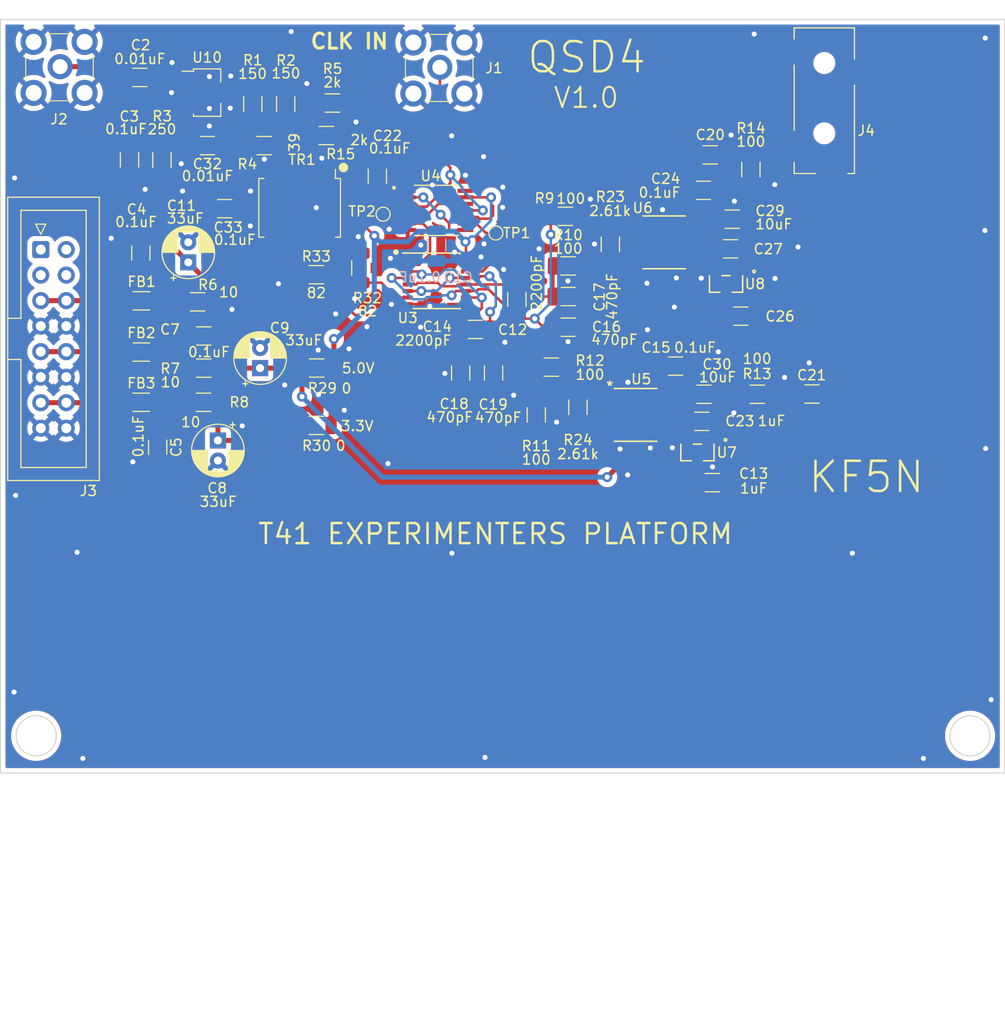
<source format=kicad_pcb>
(kicad_pcb (version 20221018) (generator pcbnew)
  (title_block (title "QSD Divide by Two") (date "2023-07-26"))
  (layers (0 "F.Cu" jumper) (31 "B.Cu" signal) (36 "B.SilkS" user "B.Silkscreen") (37 "F.SilkS" user "F.Silkscreen") (38 "B.Mask" user) (39 "F.Mask" user) (44 "Edge.Cuts" user))
  (net 0 "")
  (net 1 "GND")
  (net 2 "/3_3V_FILT")
  (net 3 "Net-(C2-Pad1)")
  (net 4 "/5V_FILT")
  (net 5 "Net-(C4-Pad2)")
  (net 6 "Net-(C5-Pad1)")
  (net 7 "Net-(C7-Pad1)")
  (net 8 "/12V_FILT")
  (net 9 "Net-(U3-1B2)")
  (net 10 "Net-(U3-1B3)")
  (net 11 "Net-(U3-1B1)")
  (net 12 "Net-(U3-1B4)")
  (net 13 "/CLK")
  (net 14 "Net-(C20-Pad2)")
  (net 15 "Net-(C21-Pad2)")
  (net 16 "Net-(C29-Pad2)")
  (net 17 "Net-(C30-Pad2)")
  (net 18 "/12_0V")
  (net 19 "/5_0V")
  (net 20 "/3_3V")
  (net 24 "unconnected-(J3-Pin_1-Pad1)")
  (net 25 "/LO_Q")
  (net 26 "/LO_I")
  (net 27 "/FB1")
  (net 28 "/FB2")
  (net 30 "/QSD_V")
  (net 31 "Net-(U3-1A)")
  (net 32 "Net-(C32-Pad2)")
  (net 33 "Net-(R32-Pad1)")
  (net 34 "Net-(R33-Pad1)")
  (net 35 "Net-(U3-2A)")
  (net 36 "/REF_I")
  (net 37 "/REF_Q")
  (net 38 "Net-(U6-VOUT)")
  (net 39 "Net-(U5-VOUT)")
  (net 40 "Net-(U6-IN-)")
  (net 41 "Net-(U6-IN+)")
  (net 42 "Net-(U5-IN-)")
  (net 43 "Net-(U5-IN+)")
  (net 44 "Net-(R23-Pad1)")
  (net 45 "Net-(R23-Pad2)")
  (net 46 "Net-(R24-Pad1)")
  (net 47 "Net-(R24-Pad2)")
  (net 48 "Net-(C2-Pad2)")
  (net 49 "Net-(C32-Pad1)")
  (net 50 "Net-(R2-Pad1)")
  (net 51 "Net-(TR1-NOCONN)")
  (footprint "Inductor_SMD:L_1206_3216Metric" (layer "F.Cu") (at 113.225 77.7)
    (fp_text reference "FB3")
    (fp_text value "FerrBead" hide)
  )
  (footprint "Resistor_SMD:R_1206_3216Metric" (layer "F.Cu") (at 173.925 54.5375 90)
    (fp_text reference "R14")
    (fp_text value "100")
  )
  (footprint "Resistor_SMD:R_1206_3216Metric" (layer "F.Cu") (at 118.825 67.7)
    (fp_text reference "R6")
    (fp_text value "10")
  )
  (footprint "Capacitor_SMD:C_1206_3216Metric" (layer "F.Cu") (at 146.475 70.45 180)
    (fp_text reference "C14")
    (fp_text value "2200pF")
  )
  (footprint "Resistor_SMD:R_1206_3216Metric" (layer "F.Cu") (at 154.05 74.2)
    (fp_text reference "R12")
    (fp_text value "100")
  )
  (footprint "Capacitor_SMD:C_1206_3216Metric" (layer "F.Cu") (at 171.9 62.425)
    (fp_text reference "C27")
    (fp_text value "1uF")
  )
  (footprint "Capacitor_SMD:C_1206_3216Metric" (layer "F.Cu") (at 169.25 76.9)
    (fp_text reference "C30")
    (fp_text value "10uF")
  )
  (footprint "Capacitor_THT:CP_Radial_D5.0mm_P2.00mm" (layer "F.Cu") (at 125.05 74.3 90)
    (fp_text reference "C9")
    (fp_text value "33uF")
  )
  (footprint "Capacitor_SMD:C_1206_3216Metric" (layer "F.Cu") (at 121.525 58.425)
    (fp_text reference "C33")
    (fp_text value "0.1uF")
  )
  (footprint "Inductor_SMD:L_1206_3216Metric" (layer "F.Cu") (at 113.25 67.6)
    (fp_text reference "FB1")
    (fp_text value "FerrBead" hide)
  )
  (footprint "Capacitor_SMD:C_1206_3216Metric" (layer "F.Cu") (at 113.075 45.3625)
    (fp_text reference "C2")
    (fp_text value "0.01uF")
  )
  (footprint "Resistor_SMD:R_1206_3216Metric" (layer "F.Cu") (at 155.4544 59.1862)
    (fp_text reference "R9")
    (fp_text value "100")
  )
  (footprint "Resistor_SMD:R_1206_3216Metric" (layer "F.Cu") (at 127.6 48.0125 90)
    (fp_text reference "R2")
    (fp_text value "150")
  )
  (footprint "Capacitor_THT:CP_Radial_D5.0mm_P2.00mm" (layer "F.Cu") (at 120.85 81.5 -90)
    (fp_text reference "C8")
    (fp_text value "33uF")
  )
  (footprint "Capacitor_SMD:C_1206_3216Metric" (layer "F.Cu") (at 172.075 59.475)
    (fp_text reference "C29")
    (fp_text value "10uF")
  )
  (footprint "Package_TO_SOT_SMD:SOT-89-3" (layer "F.Cu") (at 119.775 46.875)
    (fp_text reference "U10")
    (fp_text value "GALI-39")
  )
  (footprint "Resistor_SMD:R_1206_3216Metric" (layer "F.Cu") (at 130.66 80)
    (fp_text reference "R30")
    (fp_text value "0")
  )
  (footprint "Resistor_SMD:R_1206_3216Metric" (layer "F.Cu") (at 132.2625 47.91)
    (fp_text reference "R5")
    (fp_text value "2k")
  )
  (footprint "Capacitor_SMD:C_1206_3216Metric" (layer "F.Cu") (at 169.2 56.6)
    (fp_text reference "C24")
    (fp_text value "0.1uF")
  )
  (footprint "Package_SO:SSOP-16_4.4x5.2mm_P0.65mm" (layer "F.Cu") (at 142.65 65.65)
    (fp_text reference "U3")
    (fp_text value "SN74CBT3253" hide)
  )
  (footprint "Inductor_SMD:L_1206_3216Metric" (layer "F.Cu") (at 113.225 72.7)
    (fp_text reference "FB2")
    (fp_text value "FerrBead" hide)
  )
  (footprint "Resistor_SMD:R_1206_3216Metric" (layer "F.Cu") (at 159.925 61.975 90)
    (fp_text reference "R23")
    (fp_text value "2.61k")
  )
  (footprint "AD8129ARZ:R_8_ADI" (layer "F.Cu") (at 165.2862 61.78)
    (fp_text reference "U6")
    (fp_text value "AD8226ARZ-R7")
  )
  (footprint "digikey-footprints:RF_SMA_Vertical_5-1814832-1" (layer "F.Cu") (at 105.035 44.365)
    (fp_text reference "J2")
    (fp_text value "5-1814832-1" hide)
  )
  (footprint "AD8129ARZ:R_8_ADI" (layer "F.Cu") (at 162.4388 78.955)
    (fp_text reference "U5")
    (fp_text value "AD8226ARZ-R7")
  )
  (footprint "Resistor_SMD:R_1206_3216Metric" (layer "F.Cu") (at 119.4125 77.7)
    (fp_text reference "R8")
    (fp_text value "10")
  )
  (footprint "Resistor_SMD:R_1206_3216Metric" (layer "F.Cu") (at 156.7 78.2 -90)
    (fp_text reference "R24")
    (fp_text value "2.61k")
  )
  (footprint "Capacitor_SMD:C_1206_3216Metric" (layer "F.Cu") (at 119.45 71.1)
    (fp_text reference "C7")
    (fp_text value "0.1uF")
  )
  (footprint "AP2120N:SOT-23_DIO" (layer "F.Cu") (at 168.599999 82.694999 180)
    (fp_text reference "U7")
    (fp_text value "AP2120N-2.5TRG1")
  )
  (footprint "SN74AC74PW:SOP65P640X120-14N" (layer "F.Cu") (at 142.62 58.6)
    (fp_text reference "U4")
    (fp_text value "SN74AC74PW")
  )
  (footprint "Resistor_SMD:R_1206_3216Metric" (layer "F.Cu") (at 115.275 53.5875 90)
    (fp_text reference "R3")
    (fp_text value "250")
  )
  (footprint "Capacitor_SMD:C_1206_3216Metric" (layer "F.Cu") (at 150.62 67.455 -90)
    (fp_text reference "C12")
    (fp_text value "2200pF")
  )
  (footprint "Resistor_SMD:R_1206_3216Metric" (layer "F.Cu") (at 130.6825 74.29)
    (fp_text reference "R29")
    (fp_text value "0")
  )
  (footprint "digikey-footprints:RF_SMA_Vertical_5-1814832-1" (layer "F.Cu") (at 142.85 44.43)
    (fp_text reference "J1")
    (fp_text value "5-1814832-1" hide)
  )
  (footprint "Capacitor_SMD:C_1206_3216Metric" (layer "F.Cu") (at 155.725 70.225)
    (fp_text reference "C16")
    (fp_text value "470pF")
  )
  (footprint "SJ-3524-SMT:CUI_SJ-3524-SMT" (layer "F.Cu") (at 181.23 43.93 -90)
    (fp_text reference "J4")
    (fp_text value "SJ-3524-SMT")
  )
  (footprint "Resistor_SMD:R_1206_3216Metric" (layer "F.Cu") (at 124.325 48.0125 90)
    (fp_text reference "R1")
    (fp_text value "150")
  )
  (footprint "Capacitor_SMD:C_1206_3216Metric" (layer "F.Cu") (at 169.05 79.6)
    (fp_text reference "C23")
    (fp_text value "1uF")
  )
  (footprint "Resistor_SMD:R_1206_3216Metric" (layer "F.Cu") (at 130.65 65)
    (fp_text reference "R33")
    (fp_text value "82")
  )
  (footprint "TestPoint:TestPoint_Pad_D1.0mm" (layer "F.Cu") (at 137.3 58.975)
    (fp_text reference "TP2")
    (fp_text value "TestPoint")
  )
  (footprint "AP2120N:SOT-23_DIO" (layer "F.Cu") (at 171.449999 65.919999 180)
    (fp_text reference "U8")
    (fp_text value "AP2120N-2.5TRG1")
  )
  (footprint "Resistor_SMD:R_1206_3216Metric" (layer "F.Cu") (at 131.65 51.15 180)
    (fp_text reference "R15")
    (fp_text value "2k")
  )
  (footprint "Capacitor_SMD:C_1206_3216Metric" (layer "F.Cu") (at 172.925 69.125)
    (fp_text reference "C26")
    (fp_text value "1uF")
  )
  (footprint "Capacitor_SMD:C_1206_3216Metric" (layer "F.Cu") (at 119.8 52.15)
    (fp_text reference "C32")
    (fp_text value "0.01uF")
  )
  (footprint "Resistor_SMD:R_1206_3216Metric" (layer "F.Cu") (at 174.5625 76.9 180)
    (fp_text reference "R13")
    (fp_text value "100")
  )
  (footprint "Capacitor_SMD:C_1206_3216Metric" (layer "F.Cu") (at 166.425 74.1)
    (fp_text reference "C15")
    (fp_text value "0.1uF")
  )
  (footprint "Capacitor_SMD:C_1206_3216Metric" (layer "F.Cu") (at 136.725 55.2 -90)
    (fp_text reference "C22")
    (fp_text value "0.1uF")
  )
  (footprint "Capacitor_SMD:C_1206_3216Metric" (layer "F.Cu") (at 155.725 67.175)
    (fp_text reference "C17")
    (fp_text value "470pF")
  )
  (footprint "Capacitor_SMD:C_1206_3216Metric" (layer "F.Cu") (at 180 76.875 180)
    (fp_text reference "C21")
    (fp_text value "1nF")
  )
  (footprint "Resistor_SMD:R_1206_3216Metric" (layer "F.Cu") (at 155.725 64.125)
    (fp_text reference "R10")
    (fp_text value "100")
  )
  (footprint "Capacitor_SMD:C_1206_3216Metric" (layer "F.Cu") (at 112.05 53.575 -90)
    (fp_text reference "C3")
    (fp_text value "0.1uF")
  )
  (footprint "TestPoint:TestPoint_Pad_D1.0mm" (layer "F.Cu") (at 148.525 60.85)
    (fp_text reference "TP1")
    (fp_text value "TestPoint")
  )
  (footprint "Capacitor_SMD:C_1206_3216Metric" (layer "F.Cu") (at 169.875 53.075)
    (fp_text reference "C20")
    (fp_text value "1nF")
  )
  (footprint "RF_Mini-Circuits:Mini-Circuits_CD637_H5.23mm" (layer "F.Cu") (at 128.99 58.34 -90)
    (fp_text reference "TR1")
    (fp_text value "ADT4-6T")
  )
  (footprint "Capacitor_SMD:C_1206_3216Metric" (layer "F.Cu") (at 114.85 82.175 -90)
    (fp_text reference "C5")
    (fp_text value "0.1uF")
  )
  (footprint "Resistor_SMD:R_1206_3216Metric" (layer "F.Cu") (at 135.0846 64.3298 -90)
    (fp_text reference "R32")
    (fp_text value "82")
  )
  (footprint "Capacitor_SMD:C_1206_3216Metric" (layer "F.Cu") (at 145.025 74.8 -90)
    (fp_text reference "C18")
    (fp_text value "470pF")
  )
  (footprint "Capacitor_SMD:C_1206_3216Metric" (layer "F.Cu") (at 148.3 74.8 -90)
    (fp_text reference "C19")
    (fp_text value "470pF")
  )
  (footprint "Resistor_SMD:R_1206_3216Metric" (layer "F.Cu") (at 125.45 52.15)
    (fp_text reference "R4")
    (fp_text value "39")
  )
  (footprint "Resistor_SMD:R_1206_3216Metric" (layer "F.Cu") (at 152.55 78.9625 -90)
    (fp_text reference "R11")
    (fp_text value "100")
  )
  (footprint "Capacitor_THT:CP_Radial_D5.0mm_P2.00mm" (layer "F.Cu") (at 117.9 63.775 90)
    (fp_text reference "C11")
    (fp_text value "33uF")
  )
  (footprint "Capacitor_SMD:C_1206_3216Metric" (layer "F.Cu") (at 113.175 62.85 -90)
    (fp_text reference "C4")
    (fp_text value "0.1uF")
  )
  (footprint "Connector_IDC:IDC-Header_2x08_P2.54mm_Vertical" (layer "F.Cu") (at 103.21 62.5)
    (fp_text reference "J3")
    (fp_text value "Conn_02x08_Odd_Even" hide)
  )
  (footprint "Resistor_SMD:R_1206_3216Metric" (layer "F.Cu") (at 119.45 74.3)
    (fp_text reference "R7")
    (fp_text value "10")
  )
  (footprint "Capacitor_SMD:C_1206_3216Metric" (layer "F.Cu") (at 170.075 85.7)
    (fp_text reference "C13")
    (fp_text value "1uF")
  )
  (footprint "Capacitor_SMD:C_1206_3216Metric" (layer "B.Cu") (at 142.625 62.15 90)
    (fp_text reference "C10")
    (fp_text value "0.1uF")
  )
  (gr_circle (center 138.575 62.75) (end 138.775 62.75) (stroke (width 0.15)) (fill solid) (layer "F.SilkS"))
  (gr_circle (center 133.35 54.3306) (end 133.746761 54.3306) (stroke (width 0.15)) (fill solid) (layer "F.SilkS"))
  (gr_circle (center 195.75 110.9) (end 197.75 110.9) (stroke (width 0.1)) (fill none) (layer "Edge.Cuts"))
  (gr_rect (start 99.2 39.6) (end 199.2 114.6) (stroke (width 0.1)) (fill none) (layer "Edge.Cuts"))
  (gr_circle (center 102.75 110.9) (end 104.75 110.9) (stroke (width 0.1)) (fill none) (layer "Edge.Cuts"))
  (gr_text "V1.0" (at 154.15 48.55) (layer "F.SilkS") (effects (font (size 2 2) (thickness 0.2)) (justify left bottom)))
  (gr_text "3.3V" (at 133 80.65) (layer "F.SilkS") (effects (font (size 1 1)) (justify left bottom)))
  (gr_text "CLK IN" (at 129.921 42.6466) (layer "F.SilkS") (effects (font (size 1.5 1.5) (thickness 0.3) bold) (justify left bottom)))
  (gr_text "T41 EXPERIMENTERS PLATFORM" (at 124.7 91.975) (layer "F.SilkS") (effects (font (size 2 2) (thickness 0.25)) (justify left bottom)))
  (gr_text "QSD4" (at 151.475 45.125) (layer "F.SilkS") (effects (font (size 3 3) (thickness 0.25)) (justify left bottom)))
  (gr_text "5.0V" (at 133.1 74.9) (layer "F.SilkS") (effects (font (size 1 1)) (justify left bottom)))
  (gr_text "KF5N" (at 179.475 86.9) (layer "F.SilkS") (effects (font (size 3 3) (thickness 0.25)) (justify left bottom)))
  (segment (start 140.875 67.925) (end 139.75 67.925) (width 0.25) (layer "F.Cu") (net 1))
  (segment (start 141.95 68.15) (end 141.1 68.15) (width 0.25) (layer "F.Cu") (net 1))
  (segment (start 146.45 64.025) (end 145.55 64.025) (width 0.25) (layer "F.Cu") (net 1))
  (segment (start 139.75 63.375) (end 140.625 63.375) (width 0.25) (layer "F.Cu") (net 1))
  (segment (start 138.025 63.375) (end 138.1 63.375) (width 0.25) (layer "F.Cu") (net 1))
  (segment (start 137.9 60.475) (end 138.55 60.475) (width 0.25) (layer "F.Cu") (net 1))
  (segment (start 138.158584 67.925) (end 138.130686 67.952898) (width 0.25) (layer "F.Cu") (net 1))
  (segment (start 147.05 63.425) (end 146.45 64.025) (width 0.25) (layer "F.Cu") (net 1))
  (segment (start 141.05 60.725) (end 141.05 62.05) (width 0.25) (layer "F.Cu") (net 1))
  (segment (start 141.05 62.95) (end 141.05 62.05) (width 0.25) (layer "F.Cu") (net 1))
  (segment (start 139.75 67.925) (end 138.158584 67.925) (width 0.25) (layer "F.Cu") (net 1))
  (segment (start 141.1 68.15) (end 140.875 67.925) (width 0.25) (layer "F.Cu") (net 1))
  (segment (start 140.625 63.375) (end 141.05 62.95) (width 0.25) (layer "F.Cu") (net 1))
  (segment (start 139.75 60.55) (end 140.875 60.55) (width 0.25) (layer "F.Cu") (net 1))
  (segment (start 138.625 60.55) (end 139.75 60.55) (width 0.25) (layer "F.Cu") (net 1))
  (segment (start 139.75 63.375) (end 138.025 63.375) (width 0.25) (layer "F.Cu") (net 1))
  (segment (start 147.05 63.225) (end 147.05 63.425) (width 0.25) (layer "F.Cu") (net 1))
  (segment (start 138.55 60.475) (end 138.625 60.55) (width 0.25) (layer "F.Cu") (net 1))
  (segment (start 140.875 60.55) (end 141.05 60.725) (width 0.25) (layer "F.Cu") (net 1))
  (via (at 120 45.275) (size 1) (drill 0.5) (layers "F.Cu" "B.Cu") (net 1))
  (via (at 122.075 48.425) (size 1) (drill 0.5) (layers "F.Cu" "B.Cu") (net 1))
  (via (at 184.025 92.725) (size 1) (drill 0.5) (layers "F.Cu" "B.Cu") (net 1))
  (via (at 145.5 55.1) (size 1) (drill 0.5) (layers "F.Cu" "B.Cu") (net 1))
  (via (at 137.79 83.8) (size 1) (drill 0.5) (layers "F.Cu" "B.Cu") (net 1))
  (via (at 110.225 61.375) (size 1) (drill 0.5) (layers "F.Cu" "B.Cu") (net 1))
  (via (at 197.85 107.3) (size 1) (drill 0.5) (layers "F.Cu" "B.Cu") (net 1))
  (via (at 127.5 75.98) (size 1) (drill 0.5) (layers "F.Cu" "B.Cu") (net 1))
  (via (at 155.7 65.63) (size 1) (drill 0.5) (layers "F.Cu" "B.Cu") (net 1))
  (via (at 137.9 60.475) (size 1) (drill 0.5) (layers "F.Cu" "B.Cu") (net 1))
  (via (at 172.275 57.675) (size 1) (drill 0.5) (layers "F.Cu" "B.Cu") (net 1))
  (via (at 141.025 70.225) (size 1) (drill 0.5) (layers "F.Cu" "B.Cu") (net 1))
  (via (at 157.9372 57.4802) (size 1) (drill 0.5) (layers "F.Cu" "B.Cu") (net 1))
  (via (at 166.1 82.225) (size 1) (drill 0.5) (layers "F.Cu" "B.Cu") (net 1))
  (via (at 124.079 60.1472) (size 1) (drill 0.5) (layers "F.Cu" "B.Cu") (net 1))
  (via (at 149.425 71.725) (size 1) (drill 0.5) (layers "F.Cu" "B.Cu") (net 1))
  (via (at 161.65 84.925) (size 1) (drill 0.5) (layers "F.Cu" "B.Cu") (net 1))
  (via (at 178.62 62.24) (size 1) (drill 0.5) (layers "F.Cu" "B.Cu") (net 1))
  (via (at 149.2 58.3) (size 1) (drill 0.5) (layers "F.Cu" "B.Cu") (net 1))
  (via (at 197.225 60.6) (size 1) (drill 0.5) (layers "F.Cu" "B.Cu") (net 1))
  (via (at 133.9 72.375) (size 1) (drill 0.5) (layers "F.Cu" "B.Cu") (net 1))
  (via (at 120 50.2) (size 1) (drill 0.5) (layers "F.Cu" "B.Cu") (net 1))
  (via (at 191.1 113.15) (size 1) (drill 0.5) (layers "F.Cu" "B.Cu") (net 1))
  (via (at 149.22 56.28) (size 1) (drill 0.5) (layers "F.Cu" "B.Cu") (net 1))
  (via (at 149.3 64.475) (size 1) (drill 0.5) (layers "F.Cu" "B.Cu") (net 1))
  (via (at 176.325 65.375) (size 1) (drill 0.5) (layers "F.Cu" "B.Cu") (net 1))
  (via (at 177.275 75.225) (size 1) (drill 0.5) (layers "F.Cu" "B.Cu") (net 1))
  (via (at 144.425 62.75) (size 1) (drill 0.5) (layers "F.Cu" "B.Cu") (net 1))
  (via (at 126.875 65.9) (size 1) (drill 0.5) (layers "F.Cu" "B.Cu") (net 1))
  (via (at 141.05 62.05) (size 1) (drill 0.5) (layers "F.Cu" "B.Cu") (net 1))
  (via (at 160.9 82.35) (size 1) (drill 0.5) (layers "F.Cu" "B.Cu") (net 1))
  (via (at 131.2 53.4) (size 1) (drill 0.5) (layers "F.Cu" "B.Cu") (net 1))
  (via (at 117.2 53.95) (size 1) (drill 0.5) (layers "F.Cu" "B.Cu") (net 1))
  (via (at 141.95 68.15) (size 1) (drill 0.5) (layers "F.Cu" "B.Cu") (net 1))
  (via (at 100.6 55.375) (size 1) (drill 0.5) (layers "F.Cu" "B.Cu") (net 1))
  (via (at 154.575 79.675) (size 1) (drill 0.5) (layers "F.Cu" "B.Cu") (net 1))
  (via (at 117.325 56.675) (size 1) (drill 0.5) (layers "F.Cu" "B.Cu") (net 1))
  (via (at 163.9 82.25) (size 1) (drill 0.5) (layers "F.Cu" "B.Cu") (net 1))
  (via (at 130.8608 76.9366) (size 1) (drill 0.5) (layers "F.Cu" "B.Cu") (net 1))
  (via (at 163.625 70.475) (size 1) (drill 0.5) (layers "F.Cu" "B.Cu") (net 1))
  (via (at 170.1 84.125) (size 1) (drill 0.5) (layers "F.Cu" "B.Cu") (net 1))
  (via (at 116.275 43.875) (size 1) (drill 0.5) (layers "F.Cu" "B.Cu") (net 1))
  (via (at 172.225 78.75) (size 1) (drill 0.5) (layers "F.Cu" "B.Cu") (net 1))
  (via (at 174.25 41.05) (size 1) (drill 0.5) (layers "F.Cu" "B.Cu") (net 1))
  (via (at 100.7 86.975) (size 1) (drill 0.5) (layers "F.Cu" "B.Cu") (net 1))
  (via (at 158.35 61.95) (size 1) (drill 0.5) (layers "F.Cu" "B.Cu") (net 1))
  (via (at 152.825 62.425) (size 1) (drill 0.5) (layers "F.Cu" "B.Cu") (net 1))
  (via (at 125.475 53.5) (size 1) (drill 0.5) (layers "F.Cu" "B.Cu") (net 1))
  (via (at 155.72 71.67) (size 1) (drill 0.5) (layers "F.Cu" "B.Cu") (net 1))
  (via (at 133.43 78.49) (size 1) (drill 0.5) (layers "F.Cu" "B.Cu") (net 1))
  (via (at 107.4 113.15) (size 1) (drill 0.5) (layers "F.Cu" "B.Cu") (net 1))
  (via (at 130.83 72.5) (size 1) (drill 0.5) (layers "F.Cu" "B.Cu") (net 1))
  (via (at 116.225 46.875) (size 1) (drill 0.5) (layers "F.Cu" "B.Cu") (net 1))
  (via (at 147.3 53.25) (size 1) (drill 0.5) (layers "F.Cu" "B.Cu") (net 1))
  (via (at 112.375 83.625) (size 1) (drill 0.5) (layers "F.Cu" "B.Cu") (net 1))
  (via (at 134.8232 61.214) (size 1) (drill 0.5) (layers "F.Cu" "B.Cu") (net 1))
  (via (at 128.15 40.8) (size 1) (drill 0.5) (layers "F.Cu" "B.Cu") (net 1))
  (via (at 147.05 63.225) (size 1) (drill 0.5) (layers "F.Cu" "B.Cu") (net 1))
  (via (at 144.15 92.725) (size 1) (drill 0.5) (layers "F.Cu" "B.Cu") (net 1))
  (via (at 130.65 58.325) (size 1) (drill 0.5) (layers "F.Cu" "B.Cu") (net 1))
  (via (at 138.025 63.375) (size 1) (drill 0.5) (layers "F.Cu" "B.Cu") (net 1))
  (via (at 161.675 75.7) (size 1) (drill 0.5) (layers "F.Cu" "B.Cu") (net 1))
  (via (at 179.725 73.775) (size 1) (drill 0.5) (layers "F.Cu" "B.Cu") (net 1))
  (via (at 147.45 113.05) (size 1) (drill 0.5) (layers "F.Cu" "B.Cu") (net 1))
  (via (at 197.26 41.44) (size 1) (drill 0.5) (layers "F.Cu" "B.Cu") (net 1))
  (via (at 176.3 56.03) (size 1) (drill 0.5) (layers "F.Cu" "B.Cu") (net 1))
  (via (at 135.69 70.18) (size 1) (drill 0.5) (layers "F.Cu" "B.Cu") (net 1))
  (via (at 166.5 65.325) (size 1) (drill 0.5) (layers "F.Cu" "B.Cu") (net 1))
  (via (at 170.675 72.675) (size 1) (drill 0.5) (layers "F.Cu" "B.Cu") (net 1))
  (via (at 197.3 82.3) (size 1) (drill 0.5) (layers "F.Cu" "B.Cu") (net 1))
  (via (at 129.7 45.975) (size 1) (drill 0.5) (layers "F.Cu" "B.Cu") (net 1))
  (via (at 143.45 74.82) (size 1) (drill 0.5) (layers "F.Cu" "B.Cu") (net 1))
  (via (at 124.1 56.675) (size 1) (drill 0.5) (layers "F.Cu" "B.Cu") (net 1))
  (via (at 106.825 92.625) (size 1) (drill 0.5) (layers "F.Cu" "B.Cu") (net 1))
  (via (at 134.4676 67.3862) (size 1) (drill 0.5) (layers "F.Cu" "B.Cu") (net 1))
  (via (at 168.975 65.35) (size 1) (drill 0.5) (layers "F.Cu" "B.Cu") (net 1))
  (via (at 134.6 49.8) (size 1) (drill 0.5) (layers "F.Cu" "B.Cu") (net 1))
  (via (at 163.575 65.85) (size 1) (drill 0.5) (layers "F.Cu" "B.Cu") (net 1))
  (via (at 171.95 51.1) (size 1) (drill 0.5) (layers "F.Cu" "B.Cu") (net 1))
  (via (at 122.125 45.225) (size 1) (drill 0.5) (layers "F.Cu" "B.Cu") (net 1))
  (via (at 150.3 77) (size 1) (drill 0.5) (layers "F.Cu" "B.Cu") (net 1))
  (via (at 113.6 56.5) (size 1) (drill 0.5) (layers "F.Cu" "B.Cu") (net 1))
  (via (at 147.35 61.925) (size 1) (drill 0.5) (layers "F.Cu" "B.Cu") (net 1))
  (via (at 100.55 106.55) (size 1) (drill 0.5) (layers "F.Cu" "B.Cu") (net 1))
  (via (at 166.3 68.225) (size 1) (drill 0.5) (layers "F.Cu" "B.Cu") (net 1))
  (via (at 142.2 56.075) (size 1) (drill 0.5) (layers "F.Cu" "B.Cu") (net 1))
  (via (at 132.575 68.9) (size 1) (drill 0.5) (layers "F.Cu" "B.Cu") (net 1))
  (via (at 122.25 68.45) (size 1) (drill 0.5) (layers "F.Cu" "B.Cu") (net 1))
  (via (at 138.130686 67.952898) (size 1) (drill 0.5) (layers "F.Cu" "B.Cu") (net 1))
  (via (at 123.275 80.05) (size 1) (drill 0.5) (layers "F.Cu" "B.Cu") (net 1))
  (via (at 165.125 58.525) (size 1) (drill 0.5) (layers "F.Cu" "B.Cu") (net 1))
  (via (at 144.12 51.18) (size 1) (drill 0.5) (layers "F.Cu" "B.Cu") (net 1))
  (via (at 120 48.45) (size 1) (drill 0.5) (layers "F.Cu" "B.Cu") (net 1))
  (segment (start 120.85 81.5) (end 125.3 81.5) (width 0.5) (layer "F.Cu") (net 2))
  (segment (start 129.1775 80.02) (end 129.1975 80) (width 0.5) (layer "F.Cu") (net 2))
  (segment (start 120.85 77.725) (end 120.875 77.7) (width 0.5) (layer "F.Cu") (net 2))
  (segment (start 125.3 81.5) (end 126.78 80.02) (width 0.5) (layer "F.Cu") (net 2))
  (segment (start 126.78 80.02) (end 129.1775 80.02) (width 0.5) (layer "F.Cu") (net 2))
  (segment (start 120.85 81.5) (end 120.85 77.725) (width 0.5) (layer "F.Cu") (net 2))
  (segment (start 111.6 45.3625) (end 110.2625 45.3625) (width 0.5) (layer "F.Cu") (net 3))
  (segment (start 105.135 44.29) (end 109.19 44.29) (width 0.5) (layer "F.Cu") (net 3))
  (segment (start 110.2625 45.3625) (end 109.19 44.29) (width 0.5) (layer "F.Cu") (net 3))
  (segment (start 164.960001 66.864999) (end 164.95 66.875) (width 0.5) (layer "F.Cu") (net 4))
  (segment (start 161.120001 83.639999) (end 159.61 85.15) (width 0.5) (layer "F.Cu") (net 4))
  (segment (start 164.95 66.875) (end 164.95 74.1) (width 0.5) (layer "F.Cu") (net 4))
  (segment (start 167.75 59.875) (end 167.75 56.625) (width 0.5) (layer "F.Cu") (net 4))
  (segment (start 168.6 85.7) (end 168.599999 83.639999) (width 0.5) (layer "F.Cu") (net 4))
  (segment (start 171.449999 66.864999) (end 171.45 69.125) (width 0.5) (layer "F.Cu") (net 4))
  (segment (start 162.625 83.639999) (end 161.120001 83.639999) (width 0.5) (layer "F.Cu") (net 4))
  (segment (start 168.599999 83.639999) (end 162.625 83.639999) (width 0.5) (layer "F.Cu") (net 4))
  (segment (start 164.95 65.3) (end 164.95 66.875) (width 0.5) (layer "F.Cu") (net 4))
  (segment (start 165.2 65.05) (end 164.95 65.3) (width 0.5) (layer "F.Cu") (net 4))
  (segment (start 164.9026 77.05) (end 162.625 77.05) (width 0.5) (layer "F.Cu") (net 4))
  (segment (start 129.22 74.29) (end 127.54 74.29) (width 0.5) (layer "F.Cu") (net 4))
  (segment (start 129.22 74.29) (end 129.22 77.14) (width 0.5) (layer "F.Cu") (net 4))
  (segment (start 164.9026 77.05) (end 164.9026 74.1474) (width 0.5) (layer "F.Cu") (net 4))
  (segment (start 127.54 74.29) (end 127.53 74.3) (width 0.5) (layer "F.Cu") (net 4))
  (segment (start 164.9026 74.1474) (end 164.95 74.1) (width 0.5) (layer "F.Cu") (net 4))
  (segment (start 165.2 59.875) (end 165.2 65.05) (width 0.5) (layer "F.Cu") (net 4))
  (segment (start 167.75 56.625) (end 167.725 56.6) (width 0.5) (layer "F.Cu") (net 4))
  (segment (start 120.9125 74.3) (end 125.05 74.3) (width 0.5) (layer "F.Cu") (net 4))
  (segment (start 171.449999 66.864999) (end 164.960001 66.864999) (width 0.5) (layer "F.Cu") (net 4))
  (segment (start 167.75 59.875) (end 165.2 59.875) (width 0.5) (layer "F.Cu") (net 4))
  (segment (start 162.625 77.05) (end 162.625 83.639999) (width 0.5) (layer "F.Cu") (net 4))
  (segment (start 168.614998 83.625) (end 168.599999 83.639999) (width 0.5) (layer "F.Cu") (net 4))
  (segment (start 127.53 74.3) (end 125.05 74.3) (width 0.5) (layer "F.Cu") (net 4))
  (via (at 159.61 85.15) (size 1) (drill 0.5) (layers "F.Cu" "B.Cu") (net 4))
  (via (at 129.22 77.14) (size 1) (drill 0.5) (layers "F.Cu" "B.Cu") (net 4))
  (segment (start 129.22 77.14) (end 137.235 85.155) (width 0.5) (layer "B.Cu") (net 4))
  (segment (start 137.24 85.15) (end 137.235 85.155) (width 0.5) (layer "B.Cu") (net 4))
  (segment (start 125.05 74.3) (end 125.225 74.3) (width 0.5) (layer "B.Cu") (net 4))
  (segment (start 159.61 85.15) (end 137.24 85.15) (width 0.5) (layer "B.Cu") (net 4))
  (segment (start 117.3625 67.7) (end 114.925 67.7) (width 0.5) (layer "F.Cu") (net 5))
  (segment (start 114.925 67.7) (end 114.825 67.6) (width 0.5) (layer "F.Cu") (net 5))
  (segment (start 114.825 65.975) (end 113.175 64.325) (width 0.5) (layer "F.Cu") (net 5))
  (segment (start 114.825 67.6) (end 114.825 65.975) (width 0.5) (layer "F.Cu") (net 5))
  (segment (start 114.8 80.65) (end 114.85 80.7) (width 0.5) (layer "F.Cu") (net 6))
  (segment (start 114.8 77.7) (end 114.8 80.65) (width 0.5) (layer "F.Cu") (net 6))
  (segment (start 114.8 77.7) (end 117.95 77.7) (width 0.5) (layer "F.Cu") (net 6))
  (segment (start 117.975 74.2875) (end 117.9875 74.3) (width 0.5) (layer "F.Cu") (net 7))
  (segment (start 117.975 72.7) (end 117.975 74.2875) (width 0.5) (layer "F.Cu") (net 7))
  (segment (start 117.975 71.1) (end 117.975 72.7) (width 0.5) (layer "F.Cu") (net 7))
  (segment (start 114.8 72.7) (end 117.975 72.7) (width 0.5) (layer "F.Cu") (net 7))
  (segment (start 117.9 63.775) (end 115.625 61.5) (width 0.5) (layer "F.Cu") (net 8))
  (segment (start 120.2875 67.7) (end 120.2875 66.1625) (width 0.5) (layer "F.Cu") (net 8))
  (segment (start 115.275 55.05) (end 112.05 55.05) (width 0.5) (layer "F.Cu") (net 8))
  (segment (start 115.275 55.05) (end 115.275 61.15) (width 0.5) (layer "F.Cu") (net 8))
  (segment (start 115.275 61.15) (end 115.625 61.5) (width 0.5) (layer "F.Cu") (net 8))
  (segment (start 120.2875 66.1625) (end 117.9 63.775) (width 0.5) (layer "F.Cu") (net 8))
  (segment (start 144.575 66.15) (end 143.08 66.15) (width 0.25) (layer "F.Cu") (net 9))
  (segment (start 153.205 67.175) (end 152 65.97) (width 0.25) (layer "F.Cu") (net 9))
  (segment (start 140.583273 65.975) (end 139.75 65.975) (width 0.25) (layer "F.Cu") (net 9))
  (segment (start 144.75 65.975) (end 144.575 66.15) (width 0.25) (layer "F.Cu") (net 9))
  (segment (start 151.99 65.98) (end 150.62 65.98) (width 0.25) (layer "F.Cu") (net 9))
  (segment (start 152 65.97) (end 151.99 65.98) (width 0.25) (layer "F.Cu") (net 9))
  (segment (start 150.615 65.975) (end 150.62 65.98) (width 0.25) (layer "F.Cu") (net 9))
  (segment (start 154.25 67.175) (end 153.205 67.175) (width 0.25) (layer "F.Cu") (net 9))
  (segment (start 145.55 65.975) (end 144.75 65.975) (width 0.25) (layer "F.Cu") (net 9))
  (segment (start 145.55 65.975) (end 150.615 65.975) (width 0.25) (layer "F.Cu") (net 9))
  (segment (start 154.25 67.175) (end 154.25 64.1375) (width 0.25) (layer "F.Cu") (net 9))
  (segment (start 154.25 64.1375) (end 154.2625 64.125) (width 0.25) (layer "F.Cu") (net 9))
  (segment (start 140.758273 65.8) (end 140.583273 65.975) (width 0.25) (layer "F.Cu") (net 9))
  (segment (start 142.73 65.8) (end 140.758273 65.8) (width 0.25) (layer "F.Cu") (net 9))
  (segment (start 143.08 66.15) (end 142.73 65.8) (width 0.25) (layer "F.Cu") (net 9))
  (segment (start 154.25 70.225) (end 153.25 70.225) (width 0.25) (layer "F.Cu") (net 10))
  (segment (start 147.8 66.45) (end 146.783273 66.45) (width 0.25) (layer "F.Cu") (net 10))
  (segment (start 153.25 70.225) (end 152.4 69.375) (width 0.25) (layer "F.Cu") (net 10))
  (segment (start 144.55 66.625) (end 144.125 67.05) (width 0.25) (layer "F.Cu") (net 10))
  (segment (start 138.15 65.325) (end 139.75 65.325) (width 0.25) (layer "F.Cu") (net 10))
  (segment (start 152.4 69.375) (end 151.065 69.375) (width 0.25) (layer "F.Cu") (net 10))
  (segment (start 150.28 68.93) (end 147.8 66.45) (width 0.25) (layer "F.Cu") (net 10))
  (segment (start 153.9919 59.1862) (end 153.9919 60.9919) (width 0.25) (layer "F.Cu") (net 10))
  (segment (start 151.065 69.375) (end 150.62 68.93) (width 0.25) (layer "F.Cu") (net 10))
  (segment (start 146.783273 66.45) (end 146.608273 66.625) (width 0.25) (layer "F.Cu") (net 10))
  (segment (start 146.608273 66.625) (end 145.55 66.625) (width 0.25) (layer "F.Cu") (net 10))
  (segment (start 145.55 66.625) (end 144.55 66.625) (width 0.25) (layer "F.Cu") (net 10))
  (segment (start 150.62 68.93) (end 150.28 68.93) (width 0.25) (layer "F.Cu") (net 10))
  (segment (start 153.9919 60.9919) (end 154 61) (width 0.25) (layer "F.Cu") (net 10))
  (via (at 144.125 67.05) (size 1) (drill 0.5) (layers "F.Cu" "B.Cu") (net 10))
  (via (at 154 61) (size 1) (drill 0.5) (layers "F.Cu" "B.Cu") (net 10))
  (via (at 152.4 69.375) (size 1) (drill 0.5) (layers "F.Cu" "B.Cu") (net 10))
  (via (at 138.15 65.325) (size 1) (drill 0.5) (layers "F.Cu" "B.Cu") (net 10))
  (segment (start 141.666727 67.225) (end 143 67.225) (width 0.25) (layer "B.Cu") (net 10))
  (segment (start 144.125 67.05) (end 144.1 67.075) (width 0.25) (layer "B.Cu") (net 10))
  (segment (start 143 67.225) (end 143.175 67.05) (width 0.25) (layer "B.Cu") (net 10))
  (segment (start 154 67.775) (end 152.4 69.375) (width 0.25) (layer "B.Cu") (net 10))
  (segment (start 140.275 67.45) (end 141.441727 67.45) (width 0.25) (layer "B.Cu") (net 10))
  (segment (start 141.441727 67.45) (end 141.666727 67.225) (width 0.25) (layer "B.Cu") (net 10))
  (segment (start 138.15 65.325) (end 140.275 67.45) (width 0.25) (layer "B.Cu") (net 10))
  (segment (start 143.175 67.05) (end 144.125 67.05) (width 0.25) (layer "B.Cu") (net 10))
  (segment (start 154 61) (end 154 67.775) (width 0.25) (layer "B.Cu") (net 10))
  (segment (start 147.95 70.45) (end 147.95 68.7) (width 0.25) (layer "F.Cu") (net 11))
  (segment (start 143.95 65.325) (end 145.55 65.325) (width 0.25) (layer "F.Cu") (net 11))
  (segment (start 150.5 74.2) (end 152.5875 74.2) (width 0.25) (layer "F.Cu") (net 11))
  (segment (start 147.0095 65.1505) (end 146.835 65.325) (width 0.25) (layer "F.Cu") (net 11))
  (segment (start 139.75 66.625) (end 141.1 66.625) (width 0.25) (layer "F.Cu") (net 11))
  (segment (start 147.889969 65.1505) (end 147.0095 65.1505) (width 0.25) (layer "F.Cu") (net 11))
  (segment (start 146.835 65.325) (end 145.55 65.325) (width 0.25) (layer "F.Cu") (net 11))
  (segment (start 147.95 72.975) (end 148.3 73.325) (width 0.25) (layer "F.Cu") (net 11))
  (segment (start 147.95 70.45) (end 147.95 72.975) (width 0.25) (layer "F.Cu") (net 11))
  (segment (start 149.625 73.325) (end 150.5 74.2) (width 0.25) (layer "F.Cu") (net 11))
  (segment (start 148.3 73.325) (end 149.625 73.325) (width 0.25) (layer "F.Cu") (net 11))
  (via (at 147.889969 65.1505) (size 1) (drill 0.5) (layers "F.Cu" "B.Cu") (net 11))
  (via (at 147.95 68.7) (size 1) (drill 0.5) (layers "F.Cu" "B.Cu") (net 11))
  (via (at 143.95 65.325) (size 1) (drill 0.5) (layers "F.Cu" "B.Cu") (net 11))
  (via (at 141.1 66.625) (size 1) (drill 0.5) (layers "F.Cu" "B.Cu") (net 11))
  (segment (start 141.1 66.625) (end 142.65 66.625) (width 0.25) (layer "B.Cu") (net 11))
  (segment (start 142.65 66.625) (end 143.95 65.325) (width 0.25) (layer "B.Cu") (net 11))
  (segment (start 147.889969 65.1505) (end 148.525 65.785531) (width 0.25) (layer "B.Cu") (net 11))
  (segment (start 148.525 68.125) (end 147.95 68.7) (width 0.25) (layer "B.Cu") (net 11))
  (segment (start 148.525 65.785531) (end 148.525 68.125) (width 0.25) (layer "B.Cu") (net 11))
  (segment (start 145.05 74.8) (end 149.85 74.8) (width 0.25) (layer "F.Cu") (net 12))
  (segment (start 145.025 73.325) (end 145.025 70.475) (width 0.25) (layer "F.Cu") (net 12))
  (segment (start 149.85 74.8) (end 152.55 77.5) (width 0.25) (layer "F.Cu") (net 12))
  (segment (start 145.025 73.325) (end 145.025 74.775) (width 0.25) (layer "F.Cu") (net 12))
  (segment (start 140.825 64.675) (end 141.125 64.975) (width 0.25) (layer "F.Cu") (net 12))
  (segment (start 147.125 68.325) (end 147.125 67.275) (width 0.25) (layer "F.Cu") (net 12))
  (segment (start 145.55 67.275) (end 146.675 67.275) (width 0.25) (layer "F.Cu") (net 12))
  (segment (start 145.025 73.325) (end 145.19 73.49) (width 0.25) (layer "F.Cu") (net 12))
  (segment (start 145.025 74.775) (end 145.05 74.8) (width 0.25) (layer "F.Cu") (net 12))
  (segment (start 146.675 67.275) (end 147.125 67.275) (width 0.25) (layer "F.Cu") (net 12))
  (segment (start 139.75 64.675) (end 140.825 64.675) (width 0.25) (layer "F.Cu") (net 12))
  (segment (start 145 70.45) (end 147.125 68.325) (width 0.25) (layer "F.Cu") (net 12))
  (segment (start 145.025 70.475) (end 145 70.45) (width 0.25) (layer "F.Cu") (net 12))
  (via (at 147.125 67.275) (size 1) (drill 0.5) (layers "F.Cu" "B.Cu") (net 12))
  (via (at 141.125 64.975) (size 1) (drill 0.5) (layers "F.Cu" "B.Cu") (net 12))
  (segment (start 143.45 64.5) (end 144.35 64.5) (width 0.25) (layer "B.Cu") (net 12))
  (segment (start 141.13 64.97) (end 142.98 64.97) (width 0.25) (layer "B.Cu") (net 12))
  (segment (start 141.125 64.975) (end 141.13 64.97) (width 0.25) (layer "B.Cu") (net 12))
  (segment (start 142.98 64.97) (end 143.45 64.5) (width 0.25) (layer "B.Cu") (net 12))
  (segment (start 144.35 64.5) (end 147.125 67.275) (width 0.25) (layer "B.Cu") (net 12))
  (segment (start 145.49 58.6) (end 147.225 58.6) (width 0.25) (layer "F.Cu") (net 13))
  (segment (start 144 54.34) (end 144 55.07) (width 0.25) (layer "F.Cu") (net 13))
  (segment (start 141.65 58.225) (end 144 55.875) (width 0.25) (layer "F.Cu") (net 13))
  (segment (start 140.537612 57.95) (end 140.812612 58.225) (width 0.25) (layer "F.Cu") (net 13))
  (segment (start 142.95 44.355) (end 142.95 53.29) (width 0.25) (layer "F.Cu") (net 13))
  (segment (start 140.812612 58.225) (end 141.65 58.225) (width 0.25) (layer "F.Cu") (net 13))
  (segment (start 139.75 57.95) (end 140.537612 57.95) (width 0.25) (layer "F.Cu") (net 13))
  (segment (start 144 55.875) (end 144 55.07) (width 0.25) (layer "F.Cu") (net 13))
  (segment (start 142.95 53.29) (end 144 54.34) (width 0.25) (layer "F.Cu") (net 13))
  (via (at 147.225 58.6) (size 1) (drill 0.5) (layers "F.Cu" "B.Cu") (net 13))
  (via (at 144 55.07) (size 1) (drill 0.5) (layers "F.Cu" "B.Cu") (net 13))
  (segment (start 147.225 58.6) (end 145.175 56.55) (width 0.25) (layer "B.Cu") (net 13))
  (segment (start 145.175 56.3) (end 144 55.125) (width 0.25) (layer "B.Cu") (net 13))
  (segment (start 144 55.125) (end 144 55.07) (width 0.25) (layer "B.Cu") (net 13))
  (segment (start 145.175 56.55) (end 145.175 56.3) (width 0.25) (layer "B.Cu") (net 13))
  (segment (start 184.93 44.83) (end 184.57 44.83) (width 0.25) (layer "F.Cu") (net 14))
  (segment (start 184.57 44.83) (end 182.5625 46.8375) (width 0.25) (layer "F.Cu") (net 14))
  (segment (start 177.7125 46.8375) (end 182.5625 46.8375) (width 0.25) (layer "F.Cu") (net 14))
  (segment (start 173.925 53.075) (end 171.35 53.075) (width 0.25) (layer "F.Cu") (net 14))
  (segment (start 173.925 53.075) (end 173.925 50.625) (width 0.25) (layer "F.Cu") (net 14))
  (segment (start 173.925 50.625) (end 177.7125 46.8375) (width 0.25) (layer "F.Cu") (net 14))
  (segment (start 178.525 74.0125) (end 178.525 76.875) (width 0.25) (layer "F.Cu") (net 15))
  (segment (start 177.53 73.0175) (end 178.525 74.0125) (width 0.25) (layer "F.Cu") (net 15))
  (segment (start 177.53 52.23) (end 177.53 73.0175) (width 0.25) (layer "F.Cu") (net 15))
  (segment (start 176.05 76.875) (end 176.025 76.9) (width 0.5) (layer "F.Cu") (net 15))
  (segment (start 178.525 76.875) (end 176.05 76.875) (width 0.5) (layer "F.Cu") (net 15))
  (segment (start 173.55 56.375) (end 173.925 56) (width 0.25) (layer "F.Cu") (net 16))
  (segment (start 173.55 59.475) (end 173.55 56.375) (width 0.25) (layer "F.Cu") (net 16))
  (segment (start 170.725 76.9) (end 173.1 76.9) (width 0.5) (layer "F.Cu") (net 17))
  (segment (start 105.75 67.58) (end 111.655 67.58) (width 0.5) (layer "F.Cu") (net 18))
  (segment (start 103.21 67.58) (end 105.75 67.58) (width 0.5) (layer "F.Cu") (net 18))
  (segment (start 111.655 67.58) (end 111.675 67.6) (width 1) (layer "F.Cu") (net 18))
  (segment (start 103.21 72.66) (end 105.75 72.66) (width 0.5) (layer "F.Cu") (net 19))
  (segment (start 111.61 72.66) (end 111.65 72.7) (width 1) (layer "F.Cu") (net 19))
  (segment (start 105.75 72.66) (end 111.61 72.66) (width 0.5) (layer "F.Cu") (net 19))
  (segment (start 105.75 77.74) (end 111.61 77.74) (width 0.5) (layer "F.Cu") (net 20))
  (segment (start 103.21 77.74) (end 105.75 77.74) (width 0.5) (layer "F.Cu") (net 20))
  (segment (start 111.61 77.74) (end 111.65 77.7) (width 1) (layer "F.Cu") (net 20))
  (segment (start 103.21 62.5) (end 103.225 62.5) (width 0.25) (layer "B.Cu") (net 24))
  (segment (start 138.65 59.9) (end 138.275 59.525) (width 0.25) (layer "F.Cu") (net 25))
  (segment (start 137.3 58.975) (end 137.85 59.525) (width 0.25) (layer "F.Cu") (net 25))
  (segment (start 141.975 62.925) (end 141.975 60.625) (width 0.25) (layer "F.Cu") (net 25))
  (segment (start 141.25 59.9) (end 139.75 59.9) (width 0.25) (layer "F.Cu") (net 25))
  (segment (start 140.875 64.025) (end 139.75 64.025) (width 0.25) (layer "F.Cu") (net 25))
  (segment (start 137.85 59.525) (end 138.275 59.525) (width 0.25) (layer "F.Cu") (net 25))
  (segment (start 141.975 60.625) (end 141.25 59.9) (width 0.25) (layer "F.Cu") (net 25))
  (segment (start 139.75 59.9) (end 138.65 59.9) (width 0.25) (layer "F.Cu") (net 25))
  (segment (start 141.975 62.925) (end 140.875 64.025) (width 0.25) (layer "F.Cu") (net 25))
  (segment (start 146.575 59.9) (end 147.525 60.85) (width 0.25) (layer "F.Cu") (net 26))
  (segment (start 148.525 63.348742) (end 148.525 60.85) (width 0.25) (layer "F.Cu") (net 26))
  (segment (start 147.525 60.85) (end 148.525 60.85) (width 0.25) (layer "F.Cu") (net 26))
  (segment (start 145.55 64.675) (end 147.198742 64.675) (width 0.25) (layer "F.Cu") (net 26))
  (segment (start 147.198742 64.675) (end 148.525 63.348742) (width 0.25) (layer "F.Cu") (net 26))
  (segment (start 145.49 59.9) (end 146.575 59.9) (width 0.25) (layer "F.Cu") (net 26))
  (segment (start 142.8 57.95) (end 145.49 57.95) (width 0.25) (layer "F.Cu") (net 27))
  (segment (start 139.75 59.25) (end 141.5 59.25) (width 0.25) (layer "F.Cu") (net 27))
  (segment (start 141.5 59.25) (end 142.8 57.95) (width 0.25) (layer "F.Cu") (net 27))
  (segment (start 143.875 59.875) (end 143.875 60.55) (width 0.25) (layer "F.Cu") (net 28))
  (segment (start 143.875 60.55) (end 145.49 60.55) (width 0.25) (layer "F.Cu") (net 28))
  (segment (start 143.025 59.025) (end 143.875 59.875) (width 0.25) (layer "F.Cu") (net 28))
  (segment (start 139.75 57.3) (end 141.3 57.3) (width 0.25) (layer "F.Cu") (net 28))
  (via (at 143.025 59.025) (size 1) (drill 0.5) (layers "F.Cu" "B.Cu") (net 28))
  (via (at 141.3 57.3) (size 1) (drill 0.5) (layers "F.Cu" "B.Cu") (net 28))
  (segment (start 141.3 57.3) (end 143.025 59.025) (width 0.25) (layer "B.Cu") (net 28))
  (segment (start 136.425 61.125) (end 135.7 60.4) (width 0.25) (layer "F.Cu") (net 30))
  (segment (start 138.275 56.65) (end 136.75 56.65) (width 0.25) (layer "F.Cu") (net 30))
  (segment (start 139.75 58.6) (end 138.575 58.6) (width 0.25) (layer "F.Cu") (net 30))
  (segment (start 135.7 58.8) (end 136.725 57.775) (width 0.25) (layer "F.Cu") (net 30))
  (segment (start 139.75 56.65) (end 139.75 50.725) (width 0.25) (layer "F.Cu") (net 30))
  (segment (start 145.49 56.65) (end 145.49 57.3) (width 0.25) (layer "F.Cu") (net 30))
  (segment (start 138.275 58.3) (end 138.275 56.65) (width 0.25) (layer "F.Cu") (net 30))
  (segment (start 148.25 58.175) (end 148.05 57.975) (width 0.25) (layer "F.Cu") (net 30))
  (segment (start 132.4 71.4) (end 132.4 74.035) (width 0.5) (layer "F.Cu") (net 30))
  (segment (start 146.883273 59.425) (end 147.925 59.425) (width 0.25) (layer "F.Cu") (net 30))
  (segment (start 145.49 59.25) (end 146.708273 59.25) (width 0.25) (layer "F.Cu") (net 30))
  (segment (start 139.75 50.725) (end 139.7525 50.7225) (width 0.25) (layer "F.Cu") (net 30))
  (segment (start 136.725 57.775) (end 136.725 56.675) (width 0.25) (layer "F.Cu") (net 30))
  (segment (start 139.75 56.65) (end 138.275 56.65) (width 0.25) (layer "F.Cu") (net 30))
  (segment (start 136.75 56.65) (end 136.725 56.675) (width 0.25) (layer "F.Cu") (net 30))
  (segment (start 132.145 77.7) (end 132.145 74.29) (width 0.5) (layer "F.Cu") (net 30))
  (segment (start 145.55 61.775) (end 145.5 61.725) (width 0.25) (layer "F.Cu") (net 30))
  (segment (start 145.49 57.3) (end 148.05 57.3) (width 0.25) (layer "F.Cu") (net 30))
  (segment (start 146.708273 59.25) (end 146.883273 59.425) (width 0.25) (layer "F.Cu") (net 30))
  (segment (start 132.1225 80) (end 132.1225 77.7225) (width 0.5) (layer "F.Cu") (net 30))
  (segment (start 138.575 58.6) (end 138.275 58.3) (width 0.25) (layer "F.Cu") (net 30))
  (segment (start 148.05 57.975) (end 148.05 57.3) (width 0.25) (layer "F.Cu") (net 30))
  (segment (start 132.1225 77.7225) (end 132.145 77.7) (width 0.5) (layer "F.Cu") (net 30))
  (segment (start 145.55 63.375) (end 145.55 61.775) (width 0.25) (layer "F.Cu") (net 30))
  (segment (start 136.94 47.91) (end 139.7525 50.7225) (width 0.25) (layer "F.Cu") (net 30))
  (segment (start 135.7 60.4) (end 135.7 58.8) (width 0.25) (layer "F.Cu") (net 30))
  (segment (start 132.4 74.035) (end 132.145 74.29) (width 0.5) (layer "F.Cu") (net 30))
  (segment (start 148.25 59.1) (end 148.25 58.175) (width 0.25) (layer "F.Cu") (net 30))
  (segment (start 133.725 47.91) (end 136.94 47.91) (width 0.25) (layer "F.Cu") (net 30))
  (segment (start 147.925 59.425) (end 148.25 59.1) (width 0.25) (layer "F.Cu") (net 30))
  (segment (start 145.49 61.715) (end 145.5 61.725) (width 0.25) (layer "F.Cu") (net 30))
  (via (at 132.4 71.4) (size 1) (drill 0.5) (layers "F.Cu" "B.Cu") (net 30))
  (via (at 148.05 57.3) (size 1) (drill 0.5) (layers "F.Cu" "B.Cu") (net 30))
  (via (at 145.5 61.725) (size 1) (drill 0.5) (layers "F.Cu" "B.Cu") (net 30))
  (via (at 136.425 61.125) (size 1) (drill 0.5) (layers "F.Cu" "B.Cu") (net 30))
  (segment (start 146.025 61.2) (end 146.45 61.2) (width 0.25) (layer "B.Cu") (net 30))
  (segment (start 132.65 71.4) (end 136.425 67.625) (width 0.5) (layer "B.Cu") (net 30))
  (segment (start 136.375 61.125) (end 136.975 61.725) (width 0.5) (layer "B.Cu") (net 30))
  (segment (start 146.45 61.2) (end 148.05 59.6) (width 0.25) (layer "B.Cu") (net 30))
  (segment (start 142.625 60.675) (end 144.45 60.675) (width 0.5) (layer "B.Cu") (net 30))
  (segment (start 132.4 71.4) (end 132.65 71.4) (width 0.5) (layer "B.Cu") (net 30))
  (segment (start 136.425 67.625) (end 136.425 61.125) (width 0.5) (layer "B.Cu") (net 30))
  (segment (start 145.5 61.725) (end 146.025 61.2) (width 0.25) (layer "B.Cu") (net 30))
  (segment (start 144.45 60.675) (end 145.5 61.725) (width 0.5) (layer "B.Cu") (net 30))
  (segment (start 139.75 61.725) (end 140.8 60.675) (width 0.5) (layer "B.Cu") (net 30))
  (segment (start 136.975 61.725) (end 139.75 61.725) (width 0.5) (layer "B.Cu") (net 30))
  (segment (start 148.05 59.6) (end 148.05 57.3) (width 0.25) (layer "B.Cu") (net 30))
  (segment (start 140.8 60.675) (end 142.625 60.675) (width 0.5) (layer "B.Cu") (net 30))
  (segment (start 138.6 67.275) (end 137.1228 65.7978) (width 0.25) (layer "F.Cu") (net 31))
  (segment (start 138.6 67.275) (end 139.75 67.275) (width 0.25) (layer "F.Cu") (net 31))
  (segment (start 137.1173 65.7923) (end 137.1228 65.7978) (width 0.25) (layer "F.Cu") (net 31))
  (segment (start 135.0846 65.7923) (end 137.1173 65.7923) (width 0.25) (layer "F.Cu") (net 31))
  (segment (start 123.9875 52.15) (end 123.9875 49.8125) (width 0.5) (layer "F.Cu") (net 32))
  (segment (start 123.9875 49.8125) (end 124.325 49.475) (width 0.5) (layer "F.Cu") (net 32))
  (segment (start 121.275 52.15) (end 123.9875 52.15) (width 0.5) (layer "F.Cu") (net 32))
  (segment (start 132.8128 60.88) (end 131.53 60.88) (width 0.25) (layer "F.Cu") (net 33))
  (segment (start 135.0846 62.8673) (end 134.8001 62.8673) (width 0.25) (layer "F.Cu") (net 33))
  (segment (start 134.8001 62.8673) (end 132.8128 60.88) (width 0.25) (layer "F.Cu") (net 33))
  (segment (start 126.45 63.55) (end 127.9 65) (width 0.25) (layer "F.Cu") (net 34))
  (segment (start 126.45 60.88) (end 126.45 63.55) (width 0.25) (layer "F.Cu") (net 34))
  (segment (start 127.9 65) (end 129.1875 65) (width 0.25) (layer "F.Cu") (net 34))
  (segment (start 145.55 67.925) (end 143.775 67.925) (width 0.25) (layer "F.Cu") (net 35))
  (segment (start 134.488389 69.013389) (end 132.1125 66.6375) (width 0.25) (layer "F.Cu") (net 35))
  (segment (start 143.775 67.925) (end 142.686611 69.013389) (width 0.25) (layer "F.Cu") (net 35))
  (segment (start 142.686611 69.013389) (end 134.488389 69.013389) (width 0.25) (layer "F.Cu") (net 35))
  (segment (start 132.1125 66.6375) (end 132.1125 65) (width 0.25) (layer "F.Cu") (net 35))
  (segment (start 164.9026 79.59) (end 167.565 79.59) (width 0.5) (layer "F.Cu") (net 36))
  (segment (start 167.565 79.59) (end 167.575 79.6) (width 0.5) (layer "F.Cu") (net 36))
  (segment (start 167.575 79.6) (end 167.575 81.75) (width 0.25) (layer "F.Cu") (net 36))
  (segment (start 170.425 64.975) (end 170.425 62.425) (width 0.25) (layer "F.Cu") (net 37))
  (segment (start 167.75 62.415) (end 170.415 62.415) (width 0.5) (layer "F.Cu") (net 37))
  (segment (start 170.415 62.415) (end 170.425 62.425) (width 0.5) (layer "F.Cu") (net 37))
  (segment (start 167.75 61.145) (end 168.93 61.145) (width 0.5) (layer "F.Cu") (net 38))
  (segment (start 168.93 61.145) (end 170.6 59.475) (width 0.5) (layer "F.Cu") (net 38))
  (segment (start 164.9026 78.32) (end 166.355 78.32) (width 0.5) (layer "F.Cu") (net 39))
  (segment (start 166.355 78.32) (end 167.775 76.9) (width 0.5) (layer "F.Cu") (net 39))
  (segment (start 161.7474 58.8) (end 158.675 58.8) (width 0.25) (layer "F.Cu") (net 40))
  (segment (start 158.675 58.8) (end 158.2888 59.1862) (width 0.25) (layer "F.Cu") (net 40))
  (segment (start 158.2888 59.1862) (end 156.9169 59.1862) (width 0.25) (layer "F.Cu") (net 40))
  (segment (start 162.8224 59.875) (end 161.7474 58.8) (width 0.25) (layer "F.Cu") (net 40))
  (segment (start 157.9625 64.9) (end 162.8 64.9) (width 0.25) (layer "F.Cu") (net 41))
  (segment (start 157.1875 64.125) (end 157.9625 64.9) (width 0.25) (layer "F.Cu") (net 41))
  (segment (start 162.8 64.9) (end 162.8224 64.8776) (width 0.25) (layer "F.Cu") (net 41))
  (segment (start 162.8224 64.8776) (end 162.8224 63.685) (width 0.25) (layer "F.Cu") (net 41))
  (segment (start 159.975 75.975) (end 160 75.95) (width 0.25) (layer "F.Cu") (net 42))
  (segment (start 159.975 77.05) (end 159.975 75.975) (width 0.25) (layer "F.Cu") (net 42))
  (segment (start 158.25 74.2) (end 155.5125 74.2) (width 0.25) (layer "F.Cu") (net 42))
  (segment (start 160 75.95) (end 158.25 74.2) (width 0.25) (layer "F.Cu") (net 42))
  (segment (start 159.975 80.86) (end 152.985 80.86) (width 0.25) (layer "F.Cu") (net 43))
  (segment (start 152.985 80.86) (end 152.55 80.425) (width 0.25) (layer "F.Cu") (net 43))
  (segment (start 160.9475 62.415) (end 162.8224 62.415) (width 0.25) (layer "F.Cu") (net 44))
  (segment (start 159.925 63.4375) (end 160.9475 62.415) (width 0.25) (layer "F.Cu") (net 44))
  (segment (start 161.38 61.145) (end 162.8224 61.145) (width 0.25) (layer "F.Cu") (net 45))
  (segment (start 161.375 61.15) (end 161.38 61.145) (width 0.25) (layer "F.Cu") (net 45))
  (segment (start 159.925 60.5125) (end 160.5625 61.15) (width 0.25) (layer "F.Cu") (net 45))
  (segment (start 160.5625 61.15) (end 161.375 61.15) (width 0.25) (layer "F.Cu") (net 45))
  (segment (start 159.975 78.32) (end 158.77 78.32) (width 0.25) (layer "F.Cu") (net 46))
  (segment (start 157.1375 76.7375) (end 158.72 78.32) (width 0.25) (layer "F.Cu") (net 46))
  (segment (start 158.72 78.32) (end 158.77 78.32) (width 0.25) (layer "F.Cu") (net 46))
  (segment (start 156.7 76.7375) (end 157.1375 76.7375) (width 0.25) (layer "F.Cu") (net 46))
  (segment (start 159.975 79.59) (end 156.9225 79.59) (width 0.25) (layer "F.Cu") (net 47))
  (segment (start 156.9225 79.59) (end 156.7 79.8125) (width 0.25) (layer "F.Cu") (net 47))
  (segment (start 114.5625 45.375) (end 114.55 45.3625) (width 0.5) (layer "F.Cu") (net 48))
  (segment (start 117.825 45.375) (end 114.5625 45.375) (width 0.5) (layer "F.Cu") (net 48))
  (segment (start 115.3 52.15) (end 115.275 52.125) (width 0.5) (layer "F.Cu") (net 49))
  (segment (start 117.825 50.1) (end 117.825 48.375) (width 0.5) (layer "F.Cu") (net 49))
  (segment (start 118.325 52.15) (end 118.325 50.6) (width 0.5) (layer "F.Cu") (net 49))
  (segment (start 118.325 52.15) (end 115.3 52.15) (width 0.5) (layer "F.Cu") (net 49))
  (segment (start 118.325 50.6) (end 117.825 50.1) (width 0.5) (layer "F.Cu") (net 49))
  (segment (start 126.9125 52.15) (end 126.9125 50.1625) (width 0.5) (layer "F.Cu") (net 50))
  (segment (start 126.9125 52.15) (end 126.9125 55.3375) (width 0.5) (layer "F.Cu") (net 50))
  (segment (start 126.9125 50.1625) (end 127.6 49.475) (width 0.5) (layer "F.Cu") (net 50))
  (segment (start 126.9125 55.3375) (end 126.45 55.8) (width 0.5) (layer "F.Cu") (net 50))
  (segment (start 130.8 49.1) (end 130.175 49.725) (width 0.25) (layer "F.Cu") (net 51))
  (segment (start 130.1875 49.7375) (end 130.1875 51.15) (width 0.25) (layer "F.Cu") (net 51))
  (segment (start 130.8 47.91) (end 130.8 49.1) (width 0.25) (layer "F.Cu") (net 51))
  (segment (start 128.975 58.425) (end 123 58.425) (width 0.5) (layer "F.Cu") (net 51))
  (segment (start 128.99 58.44) (end 128.975 58.425) (width 0.5) (layer "F.Cu") (net 51))
  (segment (start 128.99 60.88) (end 128.99 58.44) (width 0.5) (layer "F.Cu") (net 51))
  (segment (start 130.1875 52.8125) (end 128.975 54.025) (width 0.25) (layer "F.Cu") (net 51))
  (segment (start 128.99 58.41) (end 128.99 55.8) (width 0.5) (layer "F.Cu") (net 51))
  (segment (start 130.175 49.725) (end 130.1875 49.7375) (width 0.25) (layer "F.Cu") (net 51))
  (segment (start 128.975 54.025) (end 128.99 54.04) (width 0.25) (layer "F.Cu") (net 51))
  (segment (start 128.975 58.425) (end 128.99 58.41) (width 0.5) (layer "F.Cu") (net 51))
  (segment (start 130.1875 51.15) (end 130.1875 52.8125) (width 0.25) (layer "F.Cu") (net 51))
  (segment (start 128.99 54.04) (end 128.99 55.8) (width 0.25) (layer "F.Cu") (net 51))
  (zone (net 0) (net_name "") (layer "F.Cu") (connect_pads (clearance 0)) (min_thickness 0.25)
    (keepout (tracks not_allowed) (vias not_allowed) (pads not_allowed) (copperpour not_allowed) (footprints allowed))
    (fill (thermal_gap 0.5) (thermal_bridge_width 0.5))
    (polygon (pts (xy 155.02 66.26) (xy 156.43 66.26) (xy 156.43 71.13) (xy 155.02 71.13)))
  )
  (zone (net 0) (net_name "") (layer "F.Cu") (connect_pads (clearance 0)) (min_thickness 0.25)
    (keepout (tracks not_allowed) (vias not_allowed) (pads not_allowed) (copperpour not_allowed) (footprints allowed))
    (fill (thermal_gap 0.5) (thermal_bridge_width 0.5))
    (polygon (pts (xy 112.395 76.7334) (xy 114.0714 76.7334) (xy 114.0714 78.6638) (xy 112.395 78.6638)))
  )
  (zone (net 0) (net_name "") (layer "F.Cu") (connect_pads (clearance 0)) (min_thickness 0.25)
    (keepout (tracks not_allowed) (vias not_allowed) (pads not_allowed) (copperpour not_allowed) (footprints allowed))
    (fill (thermal_gap 0.5) (thermal_bridge_width 0.5))
    (polygon (pts (xy 168.525 55.675) (xy 169.9 55.675) (xy 169.9 57.5) (xy 168.55 57.5)))
  )
  (zone (net 0) (net_name "") (layer "F.Cu") (connect_pads (clearance 0)) (min_thickness 0.25)
    (keepout (tracks not_allowed) (vias not_allowed) (pads not_allowed) (copperpour not_allowed) (footprints allowed))
    (fill (thermal_gap 0.5) (thermal_bridge_width 0.5))
    (polygon (pts (xy 169.375 84.775) (xy 170.775 84.775) (xy 170.775 86.6) (xy 169.375 86.6)))
  )
  (zone (net 0) (net_name "") (layer "F.Cu") (connect_pads (clearance 0)) (min_thickness 0.25)
    (keepout (tracks not_allowed) (vias not_allowed) (pads not_allowed) (copperpour not_allowed) (footprints allowed))
    (fill (thermal_gap 0.5) (thermal_bridge_width 0.5))
    (polygon (pts (xy 130.925 50.25) (xy 132.35 50.25) (xy 132.35 52.075) (xy 130.95 52.075)))
  )
  (zone (net 0) (net_name "") (layer "F.Cu") (connect_pads (clearance 0)) (min_thickness 0.25)
    (keepout (tracks not_allowed) (vias not_allowed) (pads not_allowed) (copperpour not_allowed) (footprints allowed))
    (fill (thermal_gap 0.5) (thermal_bridge_width 0.5))
    (polygon (pts (xy 118.6942 76.7334) (xy 120.1166 76.7334) (xy 120.1166 78.6638) (xy 118.6942 78.6638)))
  )
  (zone (net 0) (net_name "") (layer "F.Cu") (connect_pads (clearance 0)) (min_thickness 0.25)
    (keepout (tracks not_allowed) (vias not_allowed) (pads not_allowed) (copperpour not_allowed) (footprints allowed))
    (fill (thermal_gap 0.5) (thermal_bridge_width 0.5))
    (polygon (pts (xy 172.1 64.275) (xy 172.8 64.275) (xy 172.8 64.15) (xy 172.1 64.15)))
  )
  (zone (net 0) (net_name "") (layer "F.Cu") (connect_pads (clearance 0)) (min_thickness 0.25)
    (keepout (tracks not_allowed) (vias not_allowed) (pads not_allowed) (copperpour not_allowed) (footprints allowed))
    (fill (thermal_gap 0.5) (thermal_bridge_width 0.5))
    (polygon (pts (xy 169.175 52.175) (xy 170.575 52.175) (xy 170.575 54) (xy 169.175 54)))
  )
  (zone (net 0) (net_name "") (layer "F.Cu") (connect_pads (clearance 0)) (min_thickness 0.25)
    (keepout (tracks not_allowed) (vias not_allowed) (pads not_allowed) (copperpour not_allowed) (footprints allowed))
    (fill (thermal_gap 0.5) (thermal_bridge_width 0.5))
    (polygon (pts (xy 118.75 70.2) (xy 120.15 70.2) (xy 120.15 72) (xy 118.75 72)))
  )
  (zone (net 0) (net_name "") (layer "F.Cu") (connect_pads (clearance 0)) (min_thickness 0.25)
    (keepout (tracks not_allowed) (vias not_allowed) (pads not_allowed) (copperpour not_allowed) (footprints allowed))
    (fill (thermal_gap 0.5) (thermal_bridge_width 0.5))
    (polygon (pts (xy 168.35 78.675) (xy 169.75 78.675) (xy 169.75 80.5) (xy 168.35 80.5)))
  )
  (zone (net 0) (net_name "") (layer "F.Cu") (connect_pads (clearance 0)) (min_thickness 0.25)
    (keepout (tracks not_allowed) (vias not_allowed) (pads not_allowed) (copperpour not_allowed) (footprints allowed))
    (fill (thermal_gap 0.5) (thermal_bridge_width 0.5))
    (polygon (pts (xy 126.7 47.3) (xy 128.5 47.3) (xy 128.5 48.75) (xy 126.7 48.75)))
  )
  (zone (net 0) (net_name "") (layer "F.Cu") (connect_pads (clearance 0)) (min_thickness 0.25)
    (keepout (tracks not_allowed) (vias not_allowed) (pads not_allowed) (copperpour not_allowed) (footprints allowed))
    (fill (thermal_gap 0.5) (thermal_bridge_width 0.5))
    (polygon (pts (xy 133.3246 67.1068) (xy 133.9088 66.548) (xy 134.0866 66.7004) (xy 133.5024 67.2846)))
  )
  (zone (net 0) (net_name "") (layer "F.Cu") (connect_pads (clearance 0)) (min_thickness 0.25)
    (keepout (tracks not_allowed) (vias not_allowed) (pads not_allowed) (copperpour not_allowed) (footprints allowed))
    (fill (thermal_gap 0.5) (thermal_bridge_width 0.5))
    (polygon (pts (xy 168.55 76) (xy 169.95 76) (xy 169.95 77.825) (xy 168.55 77.825)))
  )
  (zone (net 0) (net_name "") (layer "F.Cu") (connect_pads (clearance 0)) (min_thickness 0.25)
    (keepout (tracks not_allowed) (vias not_allowed) (pads not_allowed) (copperpour not_allowed) (footprints allowed))
    (fill (thermal_gap 0.5) (thermal_bridge_width 0.5))
    (polygon (pts (xy 171.375 58.575) (xy 172.775 58.575) (xy 172.775 60.375) (xy 171.35 60.375)))
  )
  (zone (net 1) (net_name "GND") (layer "F.Cu") (priority 1) (connect_pads (clearance 0.5)) (min_thickness 0.25) (fill yes (thermal_gap 0.5) (thermal_bridge_width 0.5))
    (polygon (pts (xy 99.2 139.6) (xy 99.25 39.6) (xy 199.225 39.6) (xy 199.2 139.6)))
  )
  (zone (net 0) (net_name "") (layer "F.Cu") (connect_pads (clearance 0)) (min_thickness 0.25)
    (keepout (tracks not_allowed) (vias not_allowed) (pads not_allowed) (copperpour not_allowed) (footprints allowed))
    (fill (thermal_gap 0.5) (thermal_bridge_width 0.5))
    (polygon (pts (xy 129.9718 73.3298) (xy 131.3942 73.3298) (xy 131.3942 75.2602) (xy 129.9718 75.2602)))
  )
  (zone (net 0) (net_name "") (layer "F.Cu") (connect_pads (clearance 0)) (min_thickness 0.25)
    (keepout (tracks not_allowed) (vias not_allowed) (pads not_allowed) (copperpour not_allowed) (footprints allowed))
    (fill (thermal_gap 0.5) (thermal_bridge_width 0.5))
    (polygon (pts (xy 135.825 54.5) (xy 137.625 54.5) (xy 137.625 55.9) (xy 135.825 55.9)))
  )
  (zone (net 0) (net_name "") (layer "F.Cu") (connect_pads (clearance 0)) (min_thickness 0.25)
    (keepout (tracks not_allowed) (vias not_allowed) (pads not_allowed) (copperpour not_allowed) (footprints allowed))
    (fill (thermal_gap 0.5) (thermal_bridge_width 0.5))
    (polygon (pts (xy 165.75 73.2) (xy 167.125 73.2) (xy 167.125 75) (xy 165.75 75)))
  )
  (zone (net 0) (net_name "") (layer "F.Cu") (connect_pads (clearance 0)) (min_thickness 0.25)
    (keepout (tracks not_allowed) (vias not_allowed) (pads not_allowed) (copperpour not_allowed) (footprints allowed))
    (fill (thermal_gap 0.5) (thermal_bridge_width 0.5))
    (polygon (pts (xy 123.425 47.275) (xy 125.225 47.275) (xy 125.225 48.75) (xy 123.425 48.75)))
  )
  (zone (net 0) (net_name "") (layer "F.Cu") (connect_pads (clearance 0)) (min_thickness 0.25)
    (keepout (tracks not_allowed) (vias not_allowed) (pads not_allowed) (copperpour not_allowed) (footprints allowed))
    (fill (thermal_gap 0.5) (thermal_bridge_width 0.5))
    (polygon (pts (xy 179.3 75.95) (xy 180.7 75.95) (xy 180.7 77.775) (xy 179.3 77.775)))
  )
  (zone (net 0) (net_name "") (layer "F.Cu") (connect_pads (clearance 0)) (min_thickness 0.25)
    (keepout (tracks not_allowed) (vias not_allowed) (pads not_allowed) (copperpour not_allowed) (footprints allowed))
    (fill (thermal_gap 0.5) (thermal_bridge_width 0.5))
    (polygon (pts (xy 111.15 52.85) (xy 114.375 52.85) (xy 114.375 54.3) (xy 111.15 54.3)))
  )
  (zone (net 0) (net_name "") (layer "F.Cu") (connect_pads (clearance 0)) (min_thickness 0.25)
    (keepout (tracks not_allowed) (vias not_allowed) (pads not_allowed) (copperpour not_allowed) (footprints allowed))
    (fill (thermal_gap 0.5) (thermal_bridge_width 0.5))
    (polygon (pts (xy 120.825 57.525) (xy 122.225 57.525) (xy 122.225 59.325) (xy 120.825 59.325)))
  )
  (zone (net 0) (net_name "") (layer "F.Cu") (connect_pads (clearance 0)) (min_thickness 0.25)
    (keepout (tracks not_allowed) (vias not_allowed) (pads not_allowed) (copperpour not_allowed) (footprints allowed))
    (fill (thermal_gap 0.5) (thermal_bridge_width 0.5))
    (polygon (pts (xy 119.1006 51.2318) (xy 120.4976 51.2318) (xy 120.4976 53.086) (xy 119.1006 53.086)))
  )
  (zone (net 0) (net_name "") (layer "F.Cu") (connect_pads (clearance 0)) (min_thickness 0.25)
    (keepout (tracks not_allowed) (vias not_allowed) (pads not_allowed) (copperpour not_allowed) (footprints allowed))
    (fill (thermal_gap 0.5) (thermal_bridge_width 0.5))
    (polygon (pts (xy 159.025 61.25) (xy 159.025 62.525) (xy 159.3 62.525) (xy 159.3 61.25)))
  )
  (zone (net 0) (net_name "") (layer "F.Cu") (connect_pads (clearance 0)) (min_thickness 0.25)
    (keepout (tracks not_allowed) (vias not_allowed) (pads not_allowed) (copperpour not_allowed) (footprints allowed))
    (fill (thermal_gap 0.5) (thermal_bridge_width 0.5))
    (polygon (pts (xy 112.395 66.6496) (xy 114.0968 66.6496) (xy 114.0968 68.5546) (xy 112.395 68.5546)))
  )
  (zone (net 0) (net_name "") (layer "F.Cu") (connect_pads (clearance 0)) (min_thickness 0.25)
    (keepout (tracks not_allowed) (vias not_allowed) (pads not_allowed) (copperpour not_allowed) (footprints allowed))
    (fill (thermal_gap 0.5) (thermal_bridge_width 0.5))
    (polygon (pts (xy 114.375 52.85) (xy 116.175 52.85) (xy 116.175 54.325) (xy 114.375 54.325)))
  )
  (zone (net 0) (net_name "") (layer "F.Cu") (connect_pads (clearance 0)) (min_thickness 0.25)
    (keepout (tracks not_allowed) (vias not_allowed) (pads not_allowed) (copperpour not_allowed) (footprints allowed))
    (fill (thermal_gap 0.5) (thermal_bridge_width 0.5))
    (polygon (pts (xy 112.4 44.5) (xy 113.7 44.5) (xy 113.7 46.2) (xy 112.4 46.2)))
  )
  (zone (net 0) (net_name "") (layer "F.Cu") (connect_pads (clearance 0)) (min_thickness 0.25)
    (keepout (tracks not_allowed) (vias not_allowed) (pads not_allowed) (copperpour not_allowed) (footprints allowed))
    (fill (thermal_gap 0.5) (thermal_bridge_width 0.5))
    (polygon (pts (xy 155.8 77.475) (xy 155.8 78.9) (xy 156 78.9) (xy 156 77.475)))
  )
  (zone (net 0) (net_name "") (layer "F.Cu") (connect_pads (clearance 0)) (min_thickness 0.25)
    (keepout (tracks not_allowed) (vias not_allowed) (pads not_allowed) (copperpour not_allowed) (footprints allowed))
    (fill (thermal_gap 0.5) (thermal_bridge_width 0.5))
    (polygon (pts (xy 112.3696 71.7296) (xy 114.046 71.7296) (xy 114.046 73.66) (xy 112.3696 73.66)))
  )
  (zone (net 0) (net_name "") (layer "F.Cu") (connect_pads (clearance 0)) (min_thickness 0.25)
    (keepout (tracks not_allowed) (vias not_allowed) (pads not_allowed) (copperpour not_allowed) (footprints allowed))
    (fill (thermal_gap 0.5) (thermal_bridge_width 0.5))
    (polygon (pts (xy 134.1628 63.627) (xy 135.9916 63.627) (xy 135.9916 65.024) (xy 134.1628 65.024)))
  )
  (zone (net 0) (net_name "") (layer "F.Cu") (connect_pads (clearance 0)) (min_thickness 0.25)
    (keepout (tracks not_allowed) (vias not_allowed) (pads not_allowed) (copperpour not_allowed) (footprints allowed))
    (fill (thermal_gap 0.5) (thermal_bridge_width 0.5))
    (polygon (pts (xy 113.95 81.5) (xy 115.75 81.5) (xy 115.75 82.8) (xy 113.95 82.8)))
  )
  (zone (net 0) (net_name "") (layer "F.Cu") (connect_pads (clearance 0)) (min_thickness 0.25)
    (keepout (tracks not_allowed) (vias not_allowed) (pads not_allowed) (copperpour not_allowed) (footprints allowed))
    (fill (thermal_gap 0.5) (thermal_bridge_width 0.5))
    (polygon (pts (xy 118.7196 73.3298) (xy 120.1674 73.3298) (xy 120.1674 75.2602) (xy 118.7196 75.2602)))
  )
  (zone (net 0) (net_name "") (layer "F.Cu") (connect_pads (clearance 0)) (min_thickness 0.25)
    (keepout (tracks not_allowed) (vias not_allowed) (pads not_allowed) (copperpour not_allowed) (footprints allowed))
    (fill (thermal_gap 0.5) (thermal_bridge_width 0.5))
    (polygon (pts (xy 118.11 66.7512) (xy 119.5578 66.7512) (xy 119.5578 68.6562) (xy 118.11 68.6562)))
  )
  (zone (net 0) (net_name "") (layer "F.Cu") (connect_pads (clearance 0)) (min_thickness 0.25)
    (keepout (tracks not_allowed) (vias not_allowed) (pads not_allowed) (copperpour not_allowed) (footprints allowed))
    (fill (thermal_gap 0.5) (thermal_bridge_width 0.5))
    (polygon (pts (xy 129.9464 64.0842) (xy 131.3434 64.0842) (xy 131.3434 65.913) (xy 129.9464 65.913)))
  )
  (zone (net 0) (net_name "") (layer "F.Cu") (connect_pads (clearance 0)) (min_thickness 0.25)
    (keepout (tracks not_allowed) (vias not_allowed) (pads not_allowed) (copperpour not_allowed) (footprints allowed))
    (fill (thermal_gap 0.5) (thermal_bridge_width 0.5))
    (polygon (pts (xy 131.572 46.99) (xy 132.969 46.99) (xy 132.969 48.8442) (xy 131.572 48.8442)))
  )
  (zone (net 0) (net_name "") (layer "F.Cu") (connect_pads (clearance 0)) (min_thickness 0.25)
    (keepout (tracks not_allowed) (vias not_allowed) (pads not_allowed) (copperpour not_allowed) (footprints allowed))
    (fill (thermal_gap 0.5) (thermal_bridge_width 0.5))
    (polygon (pts (xy 172.225 68.2) (xy 173.625 68.2) (xy 173.625 70.025) (xy 172.225 70.025)))
  )
  (zone (net 0) (net_name "") (layer "F.Cu") (connect_pads (clearance 0)) (min_thickness 0.25)
    (keepout (tracks not_allowed) (vias not_allowed) (pads not_allowed) (copperpour not_allowed) (footprints allowed))
    (fill (thermal_gap 0.5) (thermal_bridge_width 0.5))
    (polygon (pts (xy 171.2 61.525) (xy 172.6 61.525) (xy 172.6 63.35) (xy 171.2 63.35)))
  )
  (zone (net 0) (net_name "") (layer "F.Cu") (connect_pads (clearance 0)) (min_thickness 0.25)
    (keepout (tracks not_allowed) (vias not_allowed) (pads not_allowed) (copperpour not_allowed) (footprints allowed))
    (fill (thermal_gap 0.5) (thermal_bridge_width 0.5))
    (polygon (pts (xy 131.3688 79.0448) (xy 131.3688 80.9752) (xy 129.9718 80.9752) (xy 129.9718 79.0448)))
  )
  (zone (net 0) (net_name "") (layer "F.Cu") (connect_pads (clearance 0)) (min_thickness 0.25)
    (keepout (tracks not_allowed) (vias not_allowed) (pads not_allowed) (copperpour not_allowed) (footprints allowed))
    (fill (thermal_gap 0.5) (thermal_bridge_width 0.5))
    (polygon (pts (xy 118.75 72) (xy 120.15 72) (xy 120.1674 73.406) (xy 118.7196 73.3806)))
  )
  (zone (net 0) (net_name "") (layers "F.Cu" "F.SilkS") (connect_pads (clearance 0)) (min_thickness 0.25)
    (keepout (tracks not_allowed) (vias not_allowed) (pads not_allowed) (copperpour not_allowed) (footprints allowed))
    (fill (thermal_gap 0.5) (thermal_bridge_width 0.5))
    (polygon (pts (xy 112.265 62.138748) (xy 114.085 62.138748) (xy 114.085 63.561252) (xy 112.265 63.561252)))
  )
  (zone (net 1) (net_name "GND") (layer "B.Cu") (connect_pads (clearance 0.5)) (min_thickness 0.25) (fill yes (thermal_gap 0.5) (thermal_bridge_width 0.5))
    (polygon (pts (xy 99.2 139.6) (xy 99.25 39.6) (xy 199.225 39.6) (xy 199.2 139.6)))
  )
  (zone (net 0) (net_name "") (layers "B.Cu" "F.SilkS") (connect_pads (clearance 0)) (min_thickness 0.25)
    (keepout (tracks not_allowed) (vias not_allowed) (pads not_allowed) (copperpour not_allowed) (footprints allowed))
    (fill (thermal_gap 0.5) (thermal_bridge_width 0.5))
    (polygon (pts (xy 141.75 61.725) (xy 143.55 61.725) (xy 143.55 62.6) (xy 141.75 62.6)))
  )
)
</source>
